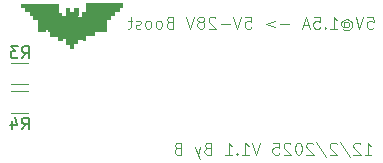
<source format=gbr>
%TF.GenerationSoftware,KiCad,Pcbnew,8.0.8*%
%TF.CreationDate,2025-02-14T22:47:41+08:00*%
%TF.ProjectId,5V24VBoostUp(USBC),35563234-5642-46f6-9f73-745570285553,rev?*%
%TF.SameCoordinates,Original*%
%TF.FileFunction,Legend,Bot*%
%TF.FilePolarity,Positive*%
%FSLAX46Y46*%
G04 Gerber Fmt 4.6, Leading zero omitted, Abs format (unit mm)*
G04 Created by KiCad (PCBNEW 8.0.8) date 2025-02-14 22:47:41*
%MOMM*%
%LPD*%
G01*
G04 APERTURE LIST*
%ADD10C,0.100000*%
%ADD11C,0.150000*%
%ADD12C,0.120000*%
%ADD13C,0.000000*%
G04 APERTURE END LIST*
D10*
X172882906Y-89610619D02*
X173454334Y-89610619D01*
X173168620Y-89610619D02*
X173168620Y-88610619D01*
X173168620Y-88610619D02*
X173263858Y-88753476D01*
X173263858Y-88753476D02*
X173359096Y-88848714D01*
X173359096Y-88848714D02*
X173454334Y-88896333D01*
X172501953Y-88705857D02*
X172454334Y-88658238D01*
X172454334Y-88658238D02*
X172359096Y-88610619D01*
X172359096Y-88610619D02*
X172121001Y-88610619D01*
X172121001Y-88610619D02*
X172025763Y-88658238D01*
X172025763Y-88658238D02*
X171978144Y-88705857D01*
X171978144Y-88705857D02*
X171930525Y-88801095D01*
X171930525Y-88801095D02*
X171930525Y-88896333D01*
X171930525Y-88896333D02*
X171978144Y-89039190D01*
X171978144Y-89039190D02*
X172549572Y-89610619D01*
X172549572Y-89610619D02*
X171930525Y-89610619D01*
X170787668Y-88563000D02*
X171644810Y-89848714D01*
X170501953Y-88705857D02*
X170454334Y-88658238D01*
X170454334Y-88658238D02*
X170359096Y-88610619D01*
X170359096Y-88610619D02*
X170121001Y-88610619D01*
X170121001Y-88610619D02*
X170025763Y-88658238D01*
X170025763Y-88658238D02*
X169978144Y-88705857D01*
X169978144Y-88705857D02*
X169930525Y-88801095D01*
X169930525Y-88801095D02*
X169930525Y-88896333D01*
X169930525Y-88896333D02*
X169978144Y-89039190D01*
X169978144Y-89039190D02*
X170549572Y-89610619D01*
X170549572Y-89610619D02*
X169930525Y-89610619D01*
X168787668Y-88563000D02*
X169644810Y-89848714D01*
X168501953Y-88705857D02*
X168454334Y-88658238D01*
X168454334Y-88658238D02*
X168359096Y-88610619D01*
X168359096Y-88610619D02*
X168121001Y-88610619D01*
X168121001Y-88610619D02*
X168025763Y-88658238D01*
X168025763Y-88658238D02*
X167978144Y-88705857D01*
X167978144Y-88705857D02*
X167930525Y-88801095D01*
X167930525Y-88801095D02*
X167930525Y-88896333D01*
X167930525Y-88896333D02*
X167978144Y-89039190D01*
X167978144Y-89039190D02*
X168549572Y-89610619D01*
X168549572Y-89610619D02*
X167930525Y-89610619D01*
X167311477Y-88610619D02*
X167216239Y-88610619D01*
X167216239Y-88610619D02*
X167121001Y-88658238D01*
X167121001Y-88658238D02*
X167073382Y-88705857D01*
X167073382Y-88705857D02*
X167025763Y-88801095D01*
X167025763Y-88801095D02*
X166978144Y-88991571D01*
X166978144Y-88991571D02*
X166978144Y-89229666D01*
X166978144Y-89229666D02*
X167025763Y-89420142D01*
X167025763Y-89420142D02*
X167073382Y-89515380D01*
X167073382Y-89515380D02*
X167121001Y-89563000D01*
X167121001Y-89563000D02*
X167216239Y-89610619D01*
X167216239Y-89610619D02*
X167311477Y-89610619D01*
X167311477Y-89610619D02*
X167406715Y-89563000D01*
X167406715Y-89563000D02*
X167454334Y-89515380D01*
X167454334Y-89515380D02*
X167501953Y-89420142D01*
X167501953Y-89420142D02*
X167549572Y-89229666D01*
X167549572Y-89229666D02*
X167549572Y-88991571D01*
X167549572Y-88991571D02*
X167501953Y-88801095D01*
X167501953Y-88801095D02*
X167454334Y-88705857D01*
X167454334Y-88705857D02*
X167406715Y-88658238D01*
X167406715Y-88658238D02*
X167311477Y-88610619D01*
X166597191Y-88705857D02*
X166549572Y-88658238D01*
X166549572Y-88658238D02*
X166454334Y-88610619D01*
X166454334Y-88610619D02*
X166216239Y-88610619D01*
X166216239Y-88610619D02*
X166121001Y-88658238D01*
X166121001Y-88658238D02*
X166073382Y-88705857D01*
X166073382Y-88705857D02*
X166025763Y-88801095D01*
X166025763Y-88801095D02*
X166025763Y-88896333D01*
X166025763Y-88896333D02*
X166073382Y-89039190D01*
X166073382Y-89039190D02*
X166644810Y-89610619D01*
X166644810Y-89610619D02*
X166025763Y-89610619D01*
X165121001Y-88610619D02*
X165597191Y-88610619D01*
X165597191Y-88610619D02*
X165644810Y-89086809D01*
X165644810Y-89086809D02*
X165597191Y-89039190D01*
X165597191Y-89039190D02*
X165501953Y-88991571D01*
X165501953Y-88991571D02*
X165263858Y-88991571D01*
X165263858Y-88991571D02*
X165168620Y-89039190D01*
X165168620Y-89039190D02*
X165121001Y-89086809D01*
X165121001Y-89086809D02*
X165073382Y-89182047D01*
X165073382Y-89182047D02*
X165073382Y-89420142D01*
X165073382Y-89420142D02*
X165121001Y-89515380D01*
X165121001Y-89515380D02*
X165168620Y-89563000D01*
X165168620Y-89563000D02*
X165263858Y-89610619D01*
X165263858Y-89610619D02*
X165501953Y-89610619D01*
X165501953Y-89610619D02*
X165597191Y-89563000D01*
X165597191Y-89563000D02*
X165644810Y-89515380D01*
X164025762Y-88610619D02*
X163692429Y-89610619D01*
X163692429Y-89610619D02*
X163359096Y-88610619D01*
X162501953Y-89610619D02*
X163073381Y-89610619D01*
X162787667Y-89610619D02*
X162787667Y-88610619D01*
X162787667Y-88610619D02*
X162882905Y-88753476D01*
X162882905Y-88753476D02*
X162978143Y-88848714D01*
X162978143Y-88848714D02*
X163073381Y-88896333D01*
X162073381Y-89515380D02*
X162025762Y-89563000D01*
X162025762Y-89563000D02*
X162073381Y-89610619D01*
X162073381Y-89610619D02*
X162121000Y-89563000D01*
X162121000Y-89563000D02*
X162073381Y-89515380D01*
X162073381Y-89515380D02*
X162073381Y-89610619D01*
X161073382Y-89610619D02*
X161644810Y-89610619D01*
X161359096Y-89610619D02*
X161359096Y-88610619D01*
X161359096Y-88610619D02*
X161454334Y-88753476D01*
X161454334Y-88753476D02*
X161549572Y-88848714D01*
X161549572Y-88848714D02*
X161644810Y-88896333D01*
X159549572Y-89086809D02*
X159406715Y-89134428D01*
X159406715Y-89134428D02*
X159359096Y-89182047D01*
X159359096Y-89182047D02*
X159311477Y-89277285D01*
X159311477Y-89277285D02*
X159311477Y-89420142D01*
X159311477Y-89420142D02*
X159359096Y-89515380D01*
X159359096Y-89515380D02*
X159406715Y-89563000D01*
X159406715Y-89563000D02*
X159501953Y-89610619D01*
X159501953Y-89610619D02*
X159882905Y-89610619D01*
X159882905Y-89610619D02*
X159882905Y-88610619D01*
X159882905Y-88610619D02*
X159549572Y-88610619D01*
X159549572Y-88610619D02*
X159454334Y-88658238D01*
X159454334Y-88658238D02*
X159406715Y-88705857D01*
X159406715Y-88705857D02*
X159359096Y-88801095D01*
X159359096Y-88801095D02*
X159359096Y-88896333D01*
X159359096Y-88896333D02*
X159406715Y-88991571D01*
X159406715Y-88991571D02*
X159454334Y-89039190D01*
X159454334Y-89039190D02*
X159549572Y-89086809D01*
X159549572Y-89086809D02*
X159882905Y-89086809D01*
X158978143Y-88943952D02*
X158740048Y-89610619D01*
X158501953Y-88943952D02*
X158740048Y-89610619D01*
X158740048Y-89610619D02*
X158835286Y-89848714D01*
X158835286Y-89848714D02*
X158882905Y-89896333D01*
X158882905Y-89896333D02*
X158978143Y-89943952D01*
X157025762Y-89086809D02*
X156882905Y-89134428D01*
X156882905Y-89134428D02*
X156835286Y-89182047D01*
X156835286Y-89182047D02*
X156787667Y-89277285D01*
X156787667Y-89277285D02*
X156787667Y-89420142D01*
X156787667Y-89420142D02*
X156835286Y-89515380D01*
X156835286Y-89515380D02*
X156882905Y-89563000D01*
X156882905Y-89563000D02*
X156978143Y-89610619D01*
X156978143Y-89610619D02*
X157359095Y-89610619D01*
X157359095Y-89610619D02*
X157359095Y-88610619D01*
X157359095Y-88610619D02*
X157025762Y-88610619D01*
X157025762Y-88610619D02*
X156930524Y-88658238D01*
X156930524Y-88658238D02*
X156882905Y-88705857D01*
X156882905Y-88705857D02*
X156835286Y-88801095D01*
X156835286Y-88801095D02*
X156835286Y-88896333D01*
X156835286Y-88896333D02*
X156882905Y-88991571D01*
X156882905Y-88991571D02*
X156930524Y-89039190D01*
X156930524Y-89039190D02*
X157025762Y-89086809D01*
X157025762Y-89086809D02*
X157359095Y-89086809D01*
X173108325Y-77942619D02*
X173584515Y-77942619D01*
X173584515Y-77942619D02*
X173632134Y-78418809D01*
X173632134Y-78418809D02*
X173584515Y-78371190D01*
X173584515Y-78371190D02*
X173489277Y-78323571D01*
X173489277Y-78323571D02*
X173251182Y-78323571D01*
X173251182Y-78323571D02*
X173155944Y-78371190D01*
X173155944Y-78371190D02*
X173108325Y-78418809D01*
X173108325Y-78418809D02*
X173060706Y-78514047D01*
X173060706Y-78514047D02*
X173060706Y-78752142D01*
X173060706Y-78752142D02*
X173108325Y-78847380D01*
X173108325Y-78847380D02*
X173155944Y-78895000D01*
X173155944Y-78895000D02*
X173251182Y-78942619D01*
X173251182Y-78942619D02*
X173489277Y-78942619D01*
X173489277Y-78942619D02*
X173584515Y-78895000D01*
X173584515Y-78895000D02*
X173632134Y-78847380D01*
X172774991Y-77942619D02*
X172441658Y-78942619D01*
X172441658Y-78942619D02*
X172108325Y-77942619D01*
X171155944Y-78466428D02*
X171203563Y-78418809D01*
X171203563Y-78418809D02*
X171298801Y-78371190D01*
X171298801Y-78371190D02*
X171394039Y-78371190D01*
X171394039Y-78371190D02*
X171489277Y-78418809D01*
X171489277Y-78418809D02*
X171536896Y-78466428D01*
X171536896Y-78466428D02*
X171584515Y-78561666D01*
X171584515Y-78561666D02*
X171584515Y-78656904D01*
X171584515Y-78656904D02*
X171536896Y-78752142D01*
X171536896Y-78752142D02*
X171489277Y-78799761D01*
X171489277Y-78799761D02*
X171394039Y-78847380D01*
X171394039Y-78847380D02*
X171298801Y-78847380D01*
X171298801Y-78847380D02*
X171203563Y-78799761D01*
X171203563Y-78799761D02*
X171155944Y-78752142D01*
X171155944Y-78371190D02*
X171155944Y-78752142D01*
X171155944Y-78752142D02*
X171108325Y-78799761D01*
X171108325Y-78799761D02*
X171060706Y-78799761D01*
X171060706Y-78799761D02*
X170965467Y-78752142D01*
X170965467Y-78752142D02*
X170917848Y-78656904D01*
X170917848Y-78656904D02*
X170917848Y-78418809D01*
X170917848Y-78418809D02*
X171013087Y-78275952D01*
X171013087Y-78275952D02*
X171155944Y-78180714D01*
X171155944Y-78180714D02*
X171346420Y-78133095D01*
X171346420Y-78133095D02*
X171536896Y-78180714D01*
X171536896Y-78180714D02*
X171679753Y-78275952D01*
X171679753Y-78275952D02*
X171774991Y-78418809D01*
X171774991Y-78418809D02*
X171822610Y-78609285D01*
X171822610Y-78609285D02*
X171774991Y-78799761D01*
X171774991Y-78799761D02*
X171679753Y-78942619D01*
X171679753Y-78942619D02*
X171536896Y-79037857D01*
X171536896Y-79037857D02*
X171346420Y-79085476D01*
X171346420Y-79085476D02*
X171155944Y-79037857D01*
X171155944Y-79037857D02*
X171013087Y-78942619D01*
X169965468Y-78942619D02*
X170536896Y-78942619D01*
X170251182Y-78942619D02*
X170251182Y-77942619D01*
X170251182Y-77942619D02*
X170346420Y-78085476D01*
X170346420Y-78085476D02*
X170441658Y-78180714D01*
X170441658Y-78180714D02*
X170536896Y-78228333D01*
X169536896Y-78847380D02*
X169489277Y-78895000D01*
X169489277Y-78895000D02*
X169536896Y-78942619D01*
X169536896Y-78942619D02*
X169584515Y-78895000D01*
X169584515Y-78895000D02*
X169536896Y-78847380D01*
X169536896Y-78847380D02*
X169536896Y-78942619D01*
X168584516Y-77942619D02*
X169060706Y-77942619D01*
X169060706Y-77942619D02*
X169108325Y-78418809D01*
X169108325Y-78418809D02*
X169060706Y-78371190D01*
X169060706Y-78371190D02*
X168965468Y-78323571D01*
X168965468Y-78323571D02*
X168727373Y-78323571D01*
X168727373Y-78323571D02*
X168632135Y-78371190D01*
X168632135Y-78371190D02*
X168584516Y-78418809D01*
X168584516Y-78418809D02*
X168536897Y-78514047D01*
X168536897Y-78514047D02*
X168536897Y-78752142D01*
X168536897Y-78752142D02*
X168584516Y-78847380D01*
X168584516Y-78847380D02*
X168632135Y-78895000D01*
X168632135Y-78895000D02*
X168727373Y-78942619D01*
X168727373Y-78942619D02*
X168965468Y-78942619D01*
X168965468Y-78942619D02*
X169060706Y-78895000D01*
X169060706Y-78895000D02*
X169108325Y-78847380D01*
X168155944Y-78656904D02*
X167679754Y-78656904D01*
X168251182Y-78942619D02*
X167917849Y-77942619D01*
X167917849Y-77942619D02*
X167584516Y-78942619D01*
X166489277Y-78561666D02*
X165727373Y-78561666D01*
X165251182Y-78275952D02*
X164489278Y-78561666D01*
X164489278Y-78561666D02*
X165251182Y-78847380D01*
X162774992Y-77942619D02*
X163251182Y-77942619D01*
X163251182Y-77942619D02*
X163298801Y-78418809D01*
X163298801Y-78418809D02*
X163251182Y-78371190D01*
X163251182Y-78371190D02*
X163155944Y-78323571D01*
X163155944Y-78323571D02*
X162917849Y-78323571D01*
X162917849Y-78323571D02*
X162822611Y-78371190D01*
X162822611Y-78371190D02*
X162774992Y-78418809D01*
X162774992Y-78418809D02*
X162727373Y-78514047D01*
X162727373Y-78514047D02*
X162727373Y-78752142D01*
X162727373Y-78752142D02*
X162774992Y-78847380D01*
X162774992Y-78847380D02*
X162822611Y-78895000D01*
X162822611Y-78895000D02*
X162917849Y-78942619D01*
X162917849Y-78942619D02*
X163155944Y-78942619D01*
X163155944Y-78942619D02*
X163251182Y-78895000D01*
X163251182Y-78895000D02*
X163298801Y-78847380D01*
X162441658Y-77942619D02*
X162108325Y-78942619D01*
X162108325Y-78942619D02*
X161774992Y-77942619D01*
X161441658Y-78561666D02*
X160679754Y-78561666D01*
X160251182Y-78037857D02*
X160203563Y-77990238D01*
X160203563Y-77990238D02*
X160108325Y-77942619D01*
X160108325Y-77942619D02*
X159870230Y-77942619D01*
X159870230Y-77942619D02*
X159774992Y-77990238D01*
X159774992Y-77990238D02*
X159727373Y-78037857D01*
X159727373Y-78037857D02*
X159679754Y-78133095D01*
X159679754Y-78133095D02*
X159679754Y-78228333D01*
X159679754Y-78228333D02*
X159727373Y-78371190D01*
X159727373Y-78371190D02*
X160298801Y-78942619D01*
X160298801Y-78942619D02*
X159679754Y-78942619D01*
X159108325Y-78371190D02*
X159203563Y-78323571D01*
X159203563Y-78323571D02*
X159251182Y-78275952D01*
X159251182Y-78275952D02*
X159298801Y-78180714D01*
X159298801Y-78180714D02*
X159298801Y-78133095D01*
X159298801Y-78133095D02*
X159251182Y-78037857D01*
X159251182Y-78037857D02*
X159203563Y-77990238D01*
X159203563Y-77990238D02*
X159108325Y-77942619D01*
X159108325Y-77942619D02*
X158917849Y-77942619D01*
X158917849Y-77942619D02*
X158822611Y-77990238D01*
X158822611Y-77990238D02*
X158774992Y-78037857D01*
X158774992Y-78037857D02*
X158727373Y-78133095D01*
X158727373Y-78133095D02*
X158727373Y-78180714D01*
X158727373Y-78180714D02*
X158774992Y-78275952D01*
X158774992Y-78275952D02*
X158822611Y-78323571D01*
X158822611Y-78323571D02*
X158917849Y-78371190D01*
X158917849Y-78371190D02*
X159108325Y-78371190D01*
X159108325Y-78371190D02*
X159203563Y-78418809D01*
X159203563Y-78418809D02*
X159251182Y-78466428D01*
X159251182Y-78466428D02*
X159298801Y-78561666D01*
X159298801Y-78561666D02*
X159298801Y-78752142D01*
X159298801Y-78752142D02*
X159251182Y-78847380D01*
X159251182Y-78847380D02*
X159203563Y-78895000D01*
X159203563Y-78895000D02*
X159108325Y-78942619D01*
X159108325Y-78942619D02*
X158917849Y-78942619D01*
X158917849Y-78942619D02*
X158822611Y-78895000D01*
X158822611Y-78895000D02*
X158774992Y-78847380D01*
X158774992Y-78847380D02*
X158727373Y-78752142D01*
X158727373Y-78752142D02*
X158727373Y-78561666D01*
X158727373Y-78561666D02*
X158774992Y-78466428D01*
X158774992Y-78466428D02*
X158822611Y-78418809D01*
X158822611Y-78418809D02*
X158917849Y-78371190D01*
X158441658Y-77942619D02*
X158108325Y-78942619D01*
X158108325Y-78942619D02*
X157774992Y-77942619D01*
X156346420Y-78418809D02*
X156203563Y-78466428D01*
X156203563Y-78466428D02*
X156155944Y-78514047D01*
X156155944Y-78514047D02*
X156108325Y-78609285D01*
X156108325Y-78609285D02*
X156108325Y-78752142D01*
X156108325Y-78752142D02*
X156155944Y-78847380D01*
X156155944Y-78847380D02*
X156203563Y-78895000D01*
X156203563Y-78895000D02*
X156298801Y-78942619D01*
X156298801Y-78942619D02*
X156679753Y-78942619D01*
X156679753Y-78942619D02*
X156679753Y-77942619D01*
X156679753Y-77942619D02*
X156346420Y-77942619D01*
X156346420Y-77942619D02*
X156251182Y-77990238D01*
X156251182Y-77990238D02*
X156203563Y-78037857D01*
X156203563Y-78037857D02*
X156155944Y-78133095D01*
X156155944Y-78133095D02*
X156155944Y-78228333D01*
X156155944Y-78228333D02*
X156203563Y-78323571D01*
X156203563Y-78323571D02*
X156251182Y-78371190D01*
X156251182Y-78371190D02*
X156346420Y-78418809D01*
X156346420Y-78418809D02*
X156679753Y-78418809D01*
X155536896Y-78942619D02*
X155632134Y-78895000D01*
X155632134Y-78895000D02*
X155679753Y-78847380D01*
X155679753Y-78847380D02*
X155727372Y-78752142D01*
X155727372Y-78752142D02*
X155727372Y-78466428D01*
X155727372Y-78466428D02*
X155679753Y-78371190D01*
X155679753Y-78371190D02*
X155632134Y-78323571D01*
X155632134Y-78323571D02*
X155536896Y-78275952D01*
X155536896Y-78275952D02*
X155394039Y-78275952D01*
X155394039Y-78275952D02*
X155298801Y-78323571D01*
X155298801Y-78323571D02*
X155251182Y-78371190D01*
X155251182Y-78371190D02*
X155203563Y-78466428D01*
X155203563Y-78466428D02*
X155203563Y-78752142D01*
X155203563Y-78752142D02*
X155251182Y-78847380D01*
X155251182Y-78847380D02*
X155298801Y-78895000D01*
X155298801Y-78895000D02*
X155394039Y-78942619D01*
X155394039Y-78942619D02*
X155536896Y-78942619D01*
X154632134Y-78942619D02*
X154727372Y-78895000D01*
X154727372Y-78895000D02*
X154774991Y-78847380D01*
X154774991Y-78847380D02*
X154822610Y-78752142D01*
X154822610Y-78752142D02*
X154822610Y-78466428D01*
X154822610Y-78466428D02*
X154774991Y-78371190D01*
X154774991Y-78371190D02*
X154727372Y-78323571D01*
X154727372Y-78323571D02*
X154632134Y-78275952D01*
X154632134Y-78275952D02*
X154489277Y-78275952D01*
X154489277Y-78275952D02*
X154394039Y-78323571D01*
X154394039Y-78323571D02*
X154346420Y-78371190D01*
X154346420Y-78371190D02*
X154298801Y-78466428D01*
X154298801Y-78466428D02*
X154298801Y-78752142D01*
X154298801Y-78752142D02*
X154346420Y-78847380D01*
X154346420Y-78847380D02*
X154394039Y-78895000D01*
X154394039Y-78895000D02*
X154489277Y-78942619D01*
X154489277Y-78942619D02*
X154632134Y-78942619D01*
X153917848Y-78895000D02*
X153822610Y-78942619D01*
X153822610Y-78942619D02*
X153632134Y-78942619D01*
X153632134Y-78942619D02*
X153536896Y-78895000D01*
X153536896Y-78895000D02*
X153489277Y-78799761D01*
X153489277Y-78799761D02*
X153489277Y-78752142D01*
X153489277Y-78752142D02*
X153536896Y-78656904D01*
X153536896Y-78656904D02*
X153632134Y-78609285D01*
X153632134Y-78609285D02*
X153774991Y-78609285D01*
X153774991Y-78609285D02*
X153870229Y-78561666D01*
X153870229Y-78561666D02*
X153917848Y-78466428D01*
X153917848Y-78466428D02*
X153917848Y-78418809D01*
X153917848Y-78418809D02*
X153870229Y-78323571D01*
X153870229Y-78323571D02*
X153774991Y-78275952D01*
X153774991Y-78275952D02*
X153632134Y-78275952D01*
X153632134Y-78275952D02*
X153536896Y-78323571D01*
X153203562Y-78275952D02*
X152822610Y-78275952D01*
X153060705Y-77942619D02*
X153060705Y-78799761D01*
X153060705Y-78799761D02*
X153013086Y-78895000D01*
X153013086Y-78895000D02*
X152917848Y-78942619D01*
X152917848Y-78942619D02*
X152822610Y-78942619D01*
D11*
X143854466Y-87475219D02*
X144187799Y-86999028D01*
X144425894Y-87475219D02*
X144425894Y-86475219D01*
X144425894Y-86475219D02*
X144044942Y-86475219D01*
X144044942Y-86475219D02*
X143949704Y-86522838D01*
X143949704Y-86522838D02*
X143902085Y-86570457D01*
X143902085Y-86570457D02*
X143854466Y-86665695D01*
X143854466Y-86665695D02*
X143854466Y-86808552D01*
X143854466Y-86808552D02*
X143902085Y-86903790D01*
X143902085Y-86903790D02*
X143949704Y-86951409D01*
X143949704Y-86951409D02*
X144044942Y-86999028D01*
X144044942Y-86999028D02*
X144425894Y-86999028D01*
X142997323Y-86808552D02*
X142997323Y-87475219D01*
X143235418Y-86427600D02*
X143473513Y-87141885D01*
X143473513Y-87141885D02*
X142854466Y-87141885D01*
X143855066Y-81455419D02*
X144188399Y-80979228D01*
X144426494Y-81455419D02*
X144426494Y-80455419D01*
X144426494Y-80455419D02*
X144045542Y-80455419D01*
X144045542Y-80455419D02*
X143950304Y-80503038D01*
X143950304Y-80503038D02*
X143902685Y-80550657D01*
X143902685Y-80550657D02*
X143855066Y-80645895D01*
X143855066Y-80645895D02*
X143855066Y-80788752D01*
X143855066Y-80788752D02*
X143902685Y-80883990D01*
X143902685Y-80883990D02*
X143950304Y-80931609D01*
X143950304Y-80931609D02*
X144045542Y-80979228D01*
X144045542Y-80979228D02*
X144426494Y-80979228D01*
X143521732Y-80455419D02*
X142902685Y-80455419D01*
X142902685Y-80455419D02*
X143236018Y-80836371D01*
X143236018Y-80836371D02*
X143093161Y-80836371D01*
X143093161Y-80836371D02*
X142997923Y-80883990D01*
X142997923Y-80883990D02*
X142950304Y-80931609D01*
X142950304Y-80931609D02*
X142902685Y-81026847D01*
X142902685Y-81026847D02*
X142902685Y-81264942D01*
X142902685Y-81264942D02*
X142950304Y-81360180D01*
X142950304Y-81360180D02*
X142997923Y-81407800D01*
X142997923Y-81407800D02*
X143093161Y-81455419D01*
X143093161Y-81455419D02*
X143378875Y-81455419D01*
X143378875Y-81455419D02*
X143474113Y-81407800D01*
X143474113Y-81407800D02*
X143521732Y-81360180D01*
D12*
%TO.C,R4*%
X144415464Y-84256200D02*
X142961336Y-84256200D01*
X144415464Y-86076200D02*
X142961336Y-86076200D01*
%TO.C,R3*%
X144415464Y-81843200D02*
X142961336Y-81843200D01*
X144415464Y-83663200D02*
X142961336Y-83663200D01*
D13*
%TO.C,G\u002A\u002A\u002A*%
G36*
X152418616Y-76988819D02*
G01*
X152418616Y-77178136D01*
X152276628Y-77178136D01*
X152134641Y-77178136D01*
X152134641Y-77351677D01*
X152134641Y-77525217D01*
X151945324Y-77525217D01*
X151756007Y-77525217D01*
X151756007Y-77698757D01*
X151756007Y-77872298D01*
X151598243Y-77872298D01*
X151440479Y-77872298D01*
X151440479Y-78030062D01*
X151440479Y-78187826D01*
X151251162Y-78187826D01*
X151061846Y-78187826D01*
X151061846Y-78724223D01*
X151061846Y-79260621D01*
X150714765Y-79260621D01*
X150602800Y-79260048D01*
X150502350Y-79258116D01*
X150428608Y-79254889D01*
X150383183Y-79250441D01*
X150367684Y-79244844D01*
X150362016Y-79240311D01*
X150329748Y-79234309D01*
X150272446Y-79230439D01*
X150194144Y-79229068D01*
X150020603Y-79229068D01*
X150020603Y-79418385D01*
X150020603Y-79607701D01*
X149831287Y-79607701D01*
X149767561Y-79606996D01*
X149700193Y-79603974D01*
X149657127Y-79598850D01*
X149641970Y-79591925D01*
X149638621Y-79588284D01*
X149610482Y-79581845D01*
X149557495Y-79577648D01*
X149484206Y-79576149D01*
X149326442Y-79576149D01*
X149326442Y-79765465D01*
X149326442Y-79954782D01*
X149137125Y-79954782D01*
X149073400Y-79954076D01*
X149006032Y-79951055D01*
X148962966Y-79945931D01*
X148947808Y-79939006D01*
X148944460Y-79935365D01*
X148916321Y-79928926D01*
X148863334Y-79924729D01*
X148790044Y-79923229D01*
X148632280Y-79923229D01*
X148632280Y-80096770D01*
X148632280Y-80270310D01*
X148458740Y-80270310D01*
X148285200Y-80270310D01*
X148285200Y-80459627D01*
X148285200Y-80648944D01*
X148095883Y-80648944D01*
X147906566Y-80648944D01*
X147906566Y-80475403D01*
X147906566Y-80301863D01*
X147764579Y-80301863D01*
X147622591Y-80301863D01*
X147622591Y-80065217D01*
X147622591Y-79828571D01*
X147464827Y-79828571D01*
X147307063Y-79828571D01*
X147307063Y-79907453D01*
X147307063Y-79986335D01*
X147117746Y-79986335D01*
X146928430Y-79986335D01*
X146928430Y-79812795D01*
X146928430Y-79639254D01*
X146581349Y-79639254D01*
X146234268Y-79639254D01*
X146234268Y-79434161D01*
X146234268Y-79229068D01*
X146139610Y-79229068D01*
X146044951Y-79229068D01*
X146044951Y-79165962D01*
X146044951Y-79102857D01*
X145981846Y-79102857D01*
X145918740Y-79102857D01*
X145918740Y-79165962D01*
X145918740Y-79229068D01*
X145555883Y-79229068D01*
X145193026Y-79229068D01*
X145193026Y-78724223D01*
X145193026Y-78219378D01*
X145003709Y-78219378D01*
X144814392Y-78219378D01*
X144814392Y-78045838D01*
X144814392Y-77872298D01*
X144672405Y-77872298D01*
X144530417Y-77872298D01*
X144530417Y-77698757D01*
X144530417Y-77525217D01*
X144325324Y-77525217D01*
X144120231Y-77525217D01*
X144120231Y-77367453D01*
X144120231Y-77209689D01*
X143946690Y-77209689D01*
X143773150Y-77209689D01*
X143773150Y-77020372D01*
X143773150Y-76831055D01*
X145366566Y-76831055D01*
X146959982Y-76831055D01*
X146959982Y-77209689D01*
X146959982Y-77588322D01*
X147101970Y-77588322D01*
X147243957Y-77588322D01*
X147243957Y-77840745D01*
X147244016Y-77867372D01*
X147245434Y-77962444D01*
X147248629Y-78033417D01*
X147253447Y-78077817D01*
X147259734Y-78093167D01*
X147259749Y-78093167D01*
X147267839Y-78078528D01*
X147273426Y-78039383D01*
X147275510Y-77982732D01*
X147275510Y-77872298D01*
X147433274Y-77872298D01*
X147591038Y-77872298D01*
X147591038Y-77714534D01*
X147590703Y-77678124D01*
X147587889Y-77613736D01*
X147582591Y-77571769D01*
X147575262Y-77556770D01*
X147569951Y-77548299D01*
X147564337Y-77512040D01*
X147560749Y-77450555D01*
X147559485Y-77367453D01*
X147559485Y-77178136D01*
X147748802Y-77178136D01*
X147938119Y-77178136D01*
X147938119Y-77344915D01*
X147938888Y-77411448D01*
X147942494Y-77473940D01*
X147949563Y-77513298D01*
X147960657Y-77534232D01*
X147968839Y-77540198D01*
X148000210Y-77549802D01*
X148053799Y-77555127D01*
X148134197Y-77556770D01*
X148285200Y-77556770D01*
X148285200Y-77367453D01*
X148285200Y-77178136D01*
X148490293Y-77178136D01*
X148695386Y-77178136D01*
X148695386Y-77525217D01*
X148695311Y-77625673D01*
X148694837Y-77714372D01*
X148693609Y-77778785D01*
X148691275Y-77822791D01*
X148687484Y-77850267D01*
X148681881Y-77865091D01*
X148674115Y-77871142D01*
X148663833Y-77872298D01*
X148645621Y-77875870D01*
X148634926Y-77894117D01*
X148632280Y-77935403D01*
X148632280Y-77998509D01*
X148774268Y-77998509D01*
X148916256Y-77998509D01*
X148916256Y-77777639D01*
X148916256Y-77556770D01*
X149010914Y-77556770D01*
X149053663Y-77555094D01*
X149091202Y-77549397D01*
X149105572Y-77540993D01*
X149105572Y-77540978D01*
X149120212Y-77532888D01*
X149159357Y-77527301D01*
X149216007Y-77525217D01*
X149326442Y-77525217D01*
X149326442Y-77162360D01*
X149326442Y-76799503D01*
X150872529Y-76799503D01*
X152418616Y-76799503D01*
X152418616Y-76988819D01*
G37*
%TD*%
M02*

</source>
